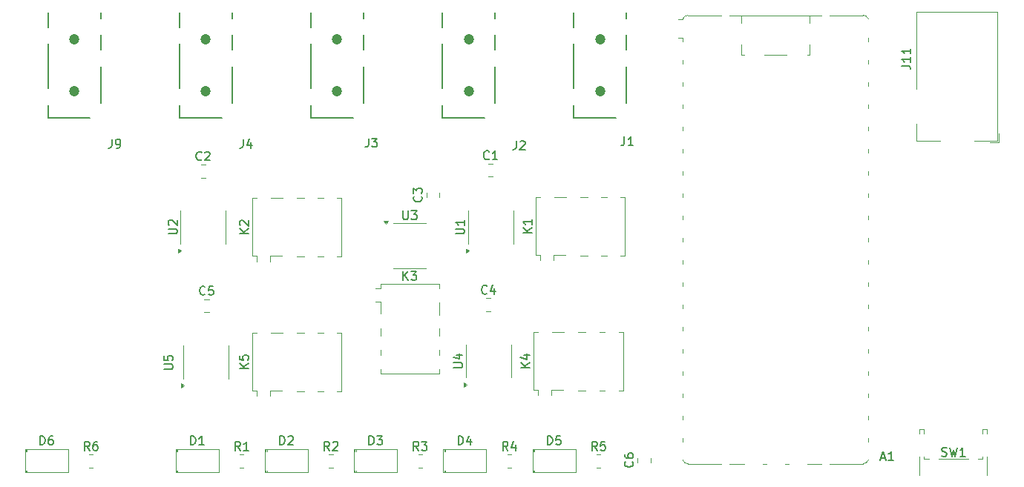
<source format=gbr>
%TF.GenerationSoftware,KiCad,Pcbnew,9.0.2*%
%TF.CreationDate,2025-06-10T03:02:45+08:00*%
%TF.ProjectId,quad_audio_switch,71756164-5f61-4756-9469-6f5f73776974,rev?*%
%TF.SameCoordinates,Original*%
%TF.FileFunction,Legend,Top*%
%TF.FilePolarity,Positive*%
%FSLAX46Y46*%
G04 Gerber Fmt 4.6, Leading zero omitted, Abs format (unit mm)*
G04 Created by KiCad (PCBNEW 9.0.2) date 2025-06-10 03:02:45*
%MOMM*%
%LPD*%
G01*
G04 APERTURE LIST*
%ADD10C,0.150000*%
%ADD11C,0.120000*%
%ADD12C,1.200000*%
G04 APERTURE END LIST*
D10*
X99384450Y-106844819D02*
X99384450Y-105844819D01*
X99384450Y-105844819D02*
X99622545Y-105844819D01*
X99622545Y-105844819D02*
X99765402Y-105892438D01*
X99765402Y-105892438D02*
X99860640Y-105987676D01*
X99860640Y-105987676D02*
X99908259Y-106082914D01*
X99908259Y-106082914D02*
X99955878Y-106273390D01*
X99955878Y-106273390D02*
X99955878Y-106416247D01*
X99955878Y-106416247D02*
X99908259Y-106606723D01*
X99908259Y-106606723D02*
X99860640Y-106701961D01*
X99860640Y-106701961D02*
X99765402Y-106797200D01*
X99765402Y-106797200D02*
X99622545Y-106844819D01*
X99622545Y-106844819D02*
X99384450Y-106844819D01*
X100813021Y-105844819D02*
X100622545Y-105844819D01*
X100622545Y-105844819D02*
X100527307Y-105892438D01*
X100527307Y-105892438D02*
X100479688Y-105940057D01*
X100479688Y-105940057D02*
X100384450Y-106082914D01*
X100384450Y-106082914D02*
X100336831Y-106273390D01*
X100336831Y-106273390D02*
X100336831Y-106654342D01*
X100336831Y-106654342D02*
X100384450Y-106749580D01*
X100384450Y-106749580D02*
X100432069Y-106797200D01*
X100432069Y-106797200D02*
X100527307Y-106844819D01*
X100527307Y-106844819D02*
X100717783Y-106844819D01*
X100717783Y-106844819D02*
X100813021Y-106797200D01*
X100813021Y-106797200D02*
X100860640Y-106749580D01*
X100860640Y-106749580D02*
X100908259Y-106654342D01*
X100908259Y-106654342D02*
X100908259Y-106416247D01*
X100908259Y-106416247D02*
X100860640Y-106321009D01*
X100860640Y-106321009D02*
X100813021Y-106273390D01*
X100813021Y-106273390D02*
X100717783Y-106225771D01*
X100717783Y-106225771D02*
X100527307Y-106225771D01*
X100527307Y-106225771D02*
X100432069Y-106273390D01*
X100432069Y-106273390D02*
X100384450Y-106321009D01*
X100384450Y-106321009D02*
X100336831Y-106416247D01*
X105045833Y-107504819D02*
X104712500Y-107028628D01*
X104474405Y-107504819D02*
X104474405Y-106504819D01*
X104474405Y-106504819D02*
X104855357Y-106504819D01*
X104855357Y-106504819D02*
X104950595Y-106552438D01*
X104950595Y-106552438D02*
X104998214Y-106600057D01*
X104998214Y-106600057D02*
X105045833Y-106695295D01*
X105045833Y-106695295D02*
X105045833Y-106838152D01*
X105045833Y-106838152D02*
X104998214Y-106933390D01*
X104998214Y-106933390D02*
X104950595Y-106981009D01*
X104950595Y-106981009D02*
X104855357Y-107028628D01*
X104855357Y-107028628D02*
X104474405Y-107028628D01*
X105902976Y-106504819D02*
X105712500Y-106504819D01*
X105712500Y-106504819D02*
X105617262Y-106552438D01*
X105617262Y-106552438D02*
X105569643Y-106600057D01*
X105569643Y-106600057D02*
X105474405Y-106742914D01*
X105474405Y-106742914D02*
X105426786Y-106933390D01*
X105426786Y-106933390D02*
X105426786Y-107314342D01*
X105426786Y-107314342D02*
X105474405Y-107409580D01*
X105474405Y-107409580D02*
X105522024Y-107457200D01*
X105522024Y-107457200D02*
X105617262Y-107504819D01*
X105617262Y-107504819D02*
X105807738Y-107504819D01*
X105807738Y-107504819D02*
X105902976Y-107457200D01*
X105902976Y-107457200D02*
X105950595Y-107409580D01*
X105950595Y-107409580D02*
X105998214Y-107314342D01*
X105998214Y-107314342D02*
X105998214Y-107076247D01*
X105998214Y-107076247D02*
X105950595Y-106981009D01*
X105950595Y-106981009D02*
X105902976Y-106933390D01*
X105902976Y-106933390D02*
X105807738Y-106885771D01*
X105807738Y-106885771D02*
X105617262Y-106885771D01*
X105617262Y-106885771D02*
X105522024Y-106933390D01*
X105522024Y-106933390D02*
X105474405Y-106981009D01*
X105474405Y-106981009D02*
X105426786Y-107076247D01*
X116572269Y-106844819D02*
X116572269Y-105844819D01*
X116572269Y-105844819D02*
X116810364Y-105844819D01*
X116810364Y-105844819D02*
X116953221Y-105892438D01*
X116953221Y-105892438D02*
X117048459Y-105987676D01*
X117048459Y-105987676D02*
X117096078Y-106082914D01*
X117096078Y-106082914D02*
X117143697Y-106273390D01*
X117143697Y-106273390D02*
X117143697Y-106416247D01*
X117143697Y-106416247D02*
X117096078Y-106606723D01*
X117096078Y-106606723D02*
X117048459Y-106701961D01*
X117048459Y-106701961D02*
X116953221Y-106797200D01*
X116953221Y-106797200D02*
X116810364Y-106844819D01*
X116810364Y-106844819D02*
X116572269Y-106844819D01*
X118096078Y-106844819D02*
X117524650Y-106844819D01*
X117810364Y-106844819D02*
X117810364Y-105844819D01*
X117810364Y-105844819D02*
X117715126Y-105987676D01*
X117715126Y-105987676D02*
X117619888Y-106082914D01*
X117619888Y-106082914D02*
X117524650Y-106130533D01*
X122233652Y-107504819D02*
X121900319Y-107028628D01*
X121662224Y-107504819D02*
X121662224Y-106504819D01*
X121662224Y-106504819D02*
X122043176Y-106504819D01*
X122043176Y-106504819D02*
X122138414Y-106552438D01*
X122138414Y-106552438D02*
X122186033Y-106600057D01*
X122186033Y-106600057D02*
X122233652Y-106695295D01*
X122233652Y-106695295D02*
X122233652Y-106838152D01*
X122233652Y-106838152D02*
X122186033Y-106933390D01*
X122186033Y-106933390D02*
X122138414Y-106981009D01*
X122138414Y-106981009D02*
X122043176Y-107028628D01*
X122043176Y-107028628D02*
X121662224Y-107028628D01*
X123186033Y-107504819D02*
X122614605Y-107504819D01*
X122900319Y-107504819D02*
X122900319Y-106504819D01*
X122900319Y-106504819D02*
X122805081Y-106647676D01*
X122805081Y-106647676D02*
X122709843Y-106742914D01*
X122709843Y-106742914D02*
X122614605Y-106790533D01*
X126752178Y-106844819D02*
X126752178Y-105844819D01*
X126752178Y-105844819D02*
X126990273Y-105844819D01*
X126990273Y-105844819D02*
X127133130Y-105892438D01*
X127133130Y-105892438D02*
X127228368Y-105987676D01*
X127228368Y-105987676D02*
X127275987Y-106082914D01*
X127275987Y-106082914D02*
X127323606Y-106273390D01*
X127323606Y-106273390D02*
X127323606Y-106416247D01*
X127323606Y-106416247D02*
X127275987Y-106606723D01*
X127275987Y-106606723D02*
X127228368Y-106701961D01*
X127228368Y-106701961D02*
X127133130Y-106797200D01*
X127133130Y-106797200D02*
X126990273Y-106844819D01*
X126990273Y-106844819D02*
X126752178Y-106844819D01*
X127704559Y-105940057D02*
X127752178Y-105892438D01*
X127752178Y-105892438D02*
X127847416Y-105844819D01*
X127847416Y-105844819D02*
X128085511Y-105844819D01*
X128085511Y-105844819D02*
X128180749Y-105892438D01*
X128180749Y-105892438D02*
X128228368Y-105940057D01*
X128228368Y-105940057D02*
X128275987Y-106035295D01*
X128275987Y-106035295D02*
X128275987Y-106130533D01*
X128275987Y-106130533D02*
X128228368Y-106273390D01*
X128228368Y-106273390D02*
X127656940Y-106844819D01*
X127656940Y-106844819D02*
X128275987Y-106844819D01*
X132413561Y-107504819D02*
X132080228Y-107028628D01*
X131842133Y-107504819D02*
X131842133Y-106504819D01*
X131842133Y-106504819D02*
X132223085Y-106504819D01*
X132223085Y-106504819D02*
X132318323Y-106552438D01*
X132318323Y-106552438D02*
X132365942Y-106600057D01*
X132365942Y-106600057D02*
X132413561Y-106695295D01*
X132413561Y-106695295D02*
X132413561Y-106838152D01*
X132413561Y-106838152D02*
X132365942Y-106933390D01*
X132365942Y-106933390D02*
X132318323Y-106981009D01*
X132318323Y-106981009D02*
X132223085Y-107028628D01*
X132223085Y-107028628D02*
X131842133Y-107028628D01*
X132794514Y-106600057D02*
X132842133Y-106552438D01*
X132842133Y-106552438D02*
X132937371Y-106504819D01*
X132937371Y-106504819D02*
X133175466Y-106504819D01*
X133175466Y-106504819D02*
X133270704Y-106552438D01*
X133270704Y-106552438D02*
X133318323Y-106600057D01*
X133318323Y-106600057D02*
X133365942Y-106695295D01*
X133365942Y-106695295D02*
X133365942Y-106790533D01*
X133365942Y-106790533D02*
X133318323Y-106933390D01*
X133318323Y-106933390D02*
X132746895Y-107504819D01*
X132746895Y-107504819D02*
X133365942Y-107504819D01*
X136932087Y-106844819D02*
X136932087Y-105844819D01*
X136932087Y-105844819D02*
X137170182Y-105844819D01*
X137170182Y-105844819D02*
X137313039Y-105892438D01*
X137313039Y-105892438D02*
X137408277Y-105987676D01*
X137408277Y-105987676D02*
X137455896Y-106082914D01*
X137455896Y-106082914D02*
X137503515Y-106273390D01*
X137503515Y-106273390D02*
X137503515Y-106416247D01*
X137503515Y-106416247D02*
X137455896Y-106606723D01*
X137455896Y-106606723D02*
X137408277Y-106701961D01*
X137408277Y-106701961D02*
X137313039Y-106797200D01*
X137313039Y-106797200D02*
X137170182Y-106844819D01*
X137170182Y-106844819D02*
X136932087Y-106844819D01*
X137836849Y-105844819D02*
X138455896Y-105844819D01*
X138455896Y-105844819D02*
X138122563Y-106225771D01*
X138122563Y-106225771D02*
X138265420Y-106225771D01*
X138265420Y-106225771D02*
X138360658Y-106273390D01*
X138360658Y-106273390D02*
X138408277Y-106321009D01*
X138408277Y-106321009D02*
X138455896Y-106416247D01*
X138455896Y-106416247D02*
X138455896Y-106654342D01*
X138455896Y-106654342D02*
X138408277Y-106749580D01*
X138408277Y-106749580D02*
X138360658Y-106797200D01*
X138360658Y-106797200D02*
X138265420Y-106844819D01*
X138265420Y-106844819D02*
X137979706Y-106844819D01*
X137979706Y-106844819D02*
X137884468Y-106797200D01*
X137884468Y-106797200D02*
X137836849Y-106749580D01*
X142593470Y-107504819D02*
X142260137Y-107028628D01*
X142022042Y-107504819D02*
X142022042Y-106504819D01*
X142022042Y-106504819D02*
X142402994Y-106504819D01*
X142402994Y-106504819D02*
X142498232Y-106552438D01*
X142498232Y-106552438D02*
X142545851Y-106600057D01*
X142545851Y-106600057D02*
X142593470Y-106695295D01*
X142593470Y-106695295D02*
X142593470Y-106838152D01*
X142593470Y-106838152D02*
X142545851Y-106933390D01*
X142545851Y-106933390D02*
X142498232Y-106981009D01*
X142498232Y-106981009D02*
X142402994Y-107028628D01*
X142402994Y-107028628D02*
X142022042Y-107028628D01*
X142926804Y-106504819D02*
X143545851Y-106504819D01*
X143545851Y-106504819D02*
X143212518Y-106885771D01*
X143212518Y-106885771D02*
X143355375Y-106885771D01*
X143355375Y-106885771D02*
X143450613Y-106933390D01*
X143450613Y-106933390D02*
X143498232Y-106981009D01*
X143498232Y-106981009D02*
X143545851Y-107076247D01*
X143545851Y-107076247D02*
X143545851Y-107314342D01*
X143545851Y-107314342D02*
X143498232Y-107409580D01*
X143498232Y-107409580D02*
X143450613Y-107457200D01*
X143450613Y-107457200D02*
X143355375Y-107504819D01*
X143355375Y-107504819D02*
X143069661Y-107504819D01*
X143069661Y-107504819D02*
X142974423Y-107457200D01*
X142974423Y-107457200D02*
X142926804Y-107409580D01*
X147111996Y-106844819D02*
X147111996Y-105844819D01*
X147111996Y-105844819D02*
X147350091Y-105844819D01*
X147350091Y-105844819D02*
X147492948Y-105892438D01*
X147492948Y-105892438D02*
X147588186Y-105987676D01*
X147588186Y-105987676D02*
X147635805Y-106082914D01*
X147635805Y-106082914D02*
X147683424Y-106273390D01*
X147683424Y-106273390D02*
X147683424Y-106416247D01*
X147683424Y-106416247D02*
X147635805Y-106606723D01*
X147635805Y-106606723D02*
X147588186Y-106701961D01*
X147588186Y-106701961D02*
X147492948Y-106797200D01*
X147492948Y-106797200D02*
X147350091Y-106844819D01*
X147350091Y-106844819D02*
X147111996Y-106844819D01*
X148540567Y-106178152D02*
X148540567Y-106844819D01*
X148302472Y-105797200D02*
X148064377Y-106511485D01*
X148064377Y-106511485D02*
X148683424Y-106511485D01*
X152773379Y-107504819D02*
X152440046Y-107028628D01*
X152201951Y-107504819D02*
X152201951Y-106504819D01*
X152201951Y-106504819D02*
X152582903Y-106504819D01*
X152582903Y-106504819D02*
X152678141Y-106552438D01*
X152678141Y-106552438D02*
X152725760Y-106600057D01*
X152725760Y-106600057D02*
X152773379Y-106695295D01*
X152773379Y-106695295D02*
X152773379Y-106838152D01*
X152773379Y-106838152D02*
X152725760Y-106933390D01*
X152725760Y-106933390D02*
X152678141Y-106981009D01*
X152678141Y-106981009D02*
X152582903Y-107028628D01*
X152582903Y-107028628D02*
X152201951Y-107028628D01*
X153630522Y-106838152D02*
X153630522Y-107504819D01*
X153392427Y-106457200D02*
X153154332Y-107171485D01*
X153154332Y-107171485D02*
X153773379Y-107171485D01*
X157291905Y-106844819D02*
X157291905Y-105844819D01*
X157291905Y-105844819D02*
X157530000Y-105844819D01*
X157530000Y-105844819D02*
X157672857Y-105892438D01*
X157672857Y-105892438D02*
X157768095Y-105987676D01*
X157768095Y-105987676D02*
X157815714Y-106082914D01*
X157815714Y-106082914D02*
X157863333Y-106273390D01*
X157863333Y-106273390D02*
X157863333Y-106416247D01*
X157863333Y-106416247D02*
X157815714Y-106606723D01*
X157815714Y-106606723D02*
X157768095Y-106701961D01*
X157768095Y-106701961D02*
X157672857Y-106797200D01*
X157672857Y-106797200D02*
X157530000Y-106844819D01*
X157530000Y-106844819D02*
X157291905Y-106844819D01*
X158768095Y-105844819D02*
X158291905Y-105844819D01*
X158291905Y-105844819D02*
X158244286Y-106321009D01*
X158244286Y-106321009D02*
X158291905Y-106273390D01*
X158291905Y-106273390D02*
X158387143Y-106225771D01*
X158387143Y-106225771D02*
X158625238Y-106225771D01*
X158625238Y-106225771D02*
X158720476Y-106273390D01*
X158720476Y-106273390D02*
X158768095Y-106321009D01*
X158768095Y-106321009D02*
X158815714Y-106416247D01*
X158815714Y-106416247D02*
X158815714Y-106654342D01*
X158815714Y-106654342D02*
X158768095Y-106749580D01*
X158768095Y-106749580D02*
X158720476Y-106797200D01*
X158720476Y-106797200D02*
X158625238Y-106844819D01*
X158625238Y-106844819D02*
X158387143Y-106844819D01*
X158387143Y-106844819D02*
X158291905Y-106797200D01*
X158291905Y-106797200D02*
X158244286Y-106749580D01*
X162953288Y-107504819D02*
X162619955Y-107028628D01*
X162381860Y-107504819D02*
X162381860Y-106504819D01*
X162381860Y-106504819D02*
X162762812Y-106504819D01*
X162762812Y-106504819D02*
X162858050Y-106552438D01*
X162858050Y-106552438D02*
X162905669Y-106600057D01*
X162905669Y-106600057D02*
X162953288Y-106695295D01*
X162953288Y-106695295D02*
X162953288Y-106838152D01*
X162953288Y-106838152D02*
X162905669Y-106933390D01*
X162905669Y-106933390D02*
X162858050Y-106981009D01*
X162858050Y-106981009D02*
X162762812Y-107028628D01*
X162762812Y-107028628D02*
X162381860Y-107028628D01*
X163858050Y-106504819D02*
X163381860Y-106504819D01*
X163381860Y-106504819D02*
X163334241Y-106981009D01*
X163334241Y-106981009D02*
X163381860Y-106933390D01*
X163381860Y-106933390D02*
X163477098Y-106885771D01*
X163477098Y-106885771D02*
X163715193Y-106885771D01*
X163715193Y-106885771D02*
X163810431Y-106933390D01*
X163810431Y-106933390D02*
X163858050Y-106981009D01*
X163858050Y-106981009D02*
X163905669Y-107076247D01*
X163905669Y-107076247D02*
X163905669Y-107314342D01*
X163905669Y-107314342D02*
X163858050Y-107409580D01*
X163858050Y-107409580D02*
X163810431Y-107457200D01*
X163810431Y-107457200D02*
X163715193Y-107504819D01*
X163715193Y-107504819D02*
X163477098Y-107504819D01*
X163477098Y-107504819D02*
X163381860Y-107457200D01*
X163381860Y-107457200D02*
X163334241Y-107409580D01*
X146824819Y-82761904D02*
X147634342Y-82761904D01*
X147634342Y-82761904D02*
X147729580Y-82714285D01*
X147729580Y-82714285D02*
X147777200Y-82666666D01*
X147777200Y-82666666D02*
X147824819Y-82571428D01*
X147824819Y-82571428D02*
X147824819Y-82380952D01*
X147824819Y-82380952D02*
X147777200Y-82285714D01*
X147777200Y-82285714D02*
X147729580Y-82238095D01*
X147729580Y-82238095D02*
X147634342Y-82190476D01*
X147634342Y-82190476D02*
X146824819Y-82190476D01*
X147824819Y-81190476D02*
X147824819Y-81761904D01*
X147824819Y-81476190D02*
X146824819Y-81476190D01*
X146824819Y-81476190D02*
X146967676Y-81571428D01*
X146967676Y-81571428D02*
X147062914Y-81666666D01*
X147062914Y-81666666D02*
X147110533Y-81761904D01*
X117833333Y-74279580D02*
X117785714Y-74327200D01*
X117785714Y-74327200D02*
X117642857Y-74374819D01*
X117642857Y-74374819D02*
X117547619Y-74374819D01*
X117547619Y-74374819D02*
X117404762Y-74327200D01*
X117404762Y-74327200D02*
X117309524Y-74231961D01*
X117309524Y-74231961D02*
X117261905Y-74136723D01*
X117261905Y-74136723D02*
X117214286Y-73946247D01*
X117214286Y-73946247D02*
X117214286Y-73803390D01*
X117214286Y-73803390D02*
X117261905Y-73612914D01*
X117261905Y-73612914D02*
X117309524Y-73517676D01*
X117309524Y-73517676D02*
X117404762Y-73422438D01*
X117404762Y-73422438D02*
X117547619Y-73374819D01*
X117547619Y-73374819D02*
X117642857Y-73374819D01*
X117642857Y-73374819D02*
X117785714Y-73422438D01*
X117785714Y-73422438D02*
X117833333Y-73470057D01*
X118214286Y-73470057D02*
X118261905Y-73422438D01*
X118261905Y-73422438D02*
X118357143Y-73374819D01*
X118357143Y-73374819D02*
X118595238Y-73374819D01*
X118595238Y-73374819D02*
X118690476Y-73422438D01*
X118690476Y-73422438D02*
X118738095Y-73470057D01*
X118738095Y-73470057D02*
X118785714Y-73565295D01*
X118785714Y-73565295D02*
X118785714Y-73660533D01*
X118785714Y-73660533D02*
X118738095Y-73803390D01*
X118738095Y-73803390D02*
X118166667Y-74374819D01*
X118166667Y-74374819D02*
X118785714Y-74374819D01*
X166066666Y-71654819D02*
X166066666Y-72369104D01*
X166066666Y-72369104D02*
X166019047Y-72511961D01*
X166019047Y-72511961D02*
X165923809Y-72607200D01*
X165923809Y-72607200D02*
X165780952Y-72654819D01*
X165780952Y-72654819D02*
X165685714Y-72654819D01*
X167066666Y-72654819D02*
X166495238Y-72654819D01*
X166780952Y-72654819D02*
X166780952Y-71654819D01*
X166780952Y-71654819D02*
X166685714Y-71797676D01*
X166685714Y-71797676D02*
X166590476Y-71892914D01*
X166590476Y-71892914D02*
X166495238Y-71940533D01*
X123154819Y-98138094D02*
X122154819Y-98138094D01*
X123154819Y-97566666D02*
X122583390Y-97995237D01*
X122154819Y-97566666D02*
X122726247Y-98138094D01*
X122154819Y-96661904D02*
X122154819Y-97138094D01*
X122154819Y-97138094D02*
X122631009Y-97185713D01*
X122631009Y-97185713D02*
X122583390Y-97138094D01*
X122583390Y-97138094D02*
X122535771Y-97042856D01*
X122535771Y-97042856D02*
X122535771Y-96804761D01*
X122535771Y-96804761D02*
X122583390Y-96709523D01*
X122583390Y-96709523D02*
X122631009Y-96661904D01*
X122631009Y-96661904D02*
X122726247Y-96614285D01*
X122726247Y-96614285D02*
X122964342Y-96614285D01*
X122964342Y-96614285D02*
X123059580Y-96661904D01*
X123059580Y-96661904D02*
X123107200Y-96709523D01*
X123107200Y-96709523D02*
X123154819Y-96804761D01*
X123154819Y-96804761D02*
X123154819Y-97042856D01*
X123154819Y-97042856D02*
X123107200Y-97138094D01*
X123107200Y-97138094D02*
X123059580Y-97185713D01*
X155492319Y-82638094D02*
X154492319Y-82638094D01*
X155492319Y-82066666D02*
X154920890Y-82495237D01*
X154492319Y-82066666D02*
X155063747Y-82638094D01*
X155492319Y-81114285D02*
X155492319Y-81685713D01*
X155492319Y-81399999D02*
X154492319Y-81399999D01*
X154492319Y-81399999D02*
X154635176Y-81495237D01*
X154635176Y-81495237D02*
X154730414Y-81590475D01*
X154730414Y-81590475D02*
X154778033Y-81685713D01*
X140824405Y-88049819D02*
X140824405Y-87049819D01*
X141395833Y-88049819D02*
X140967262Y-87478390D01*
X141395833Y-87049819D02*
X140824405Y-87621247D01*
X141729167Y-87049819D02*
X142348214Y-87049819D01*
X142348214Y-87049819D02*
X142014881Y-87430771D01*
X142014881Y-87430771D02*
X142157738Y-87430771D01*
X142157738Y-87430771D02*
X142252976Y-87478390D01*
X142252976Y-87478390D02*
X142300595Y-87526009D01*
X142300595Y-87526009D02*
X142348214Y-87621247D01*
X142348214Y-87621247D02*
X142348214Y-87859342D01*
X142348214Y-87859342D02*
X142300595Y-87954580D01*
X142300595Y-87954580D02*
X142252976Y-88002200D01*
X142252976Y-88002200D02*
X142157738Y-88049819D01*
X142157738Y-88049819D02*
X141872024Y-88049819D01*
X141872024Y-88049819D02*
X141776786Y-88002200D01*
X141776786Y-88002200D02*
X141729167Y-87954580D01*
X146587319Y-98061904D02*
X147396842Y-98061904D01*
X147396842Y-98061904D02*
X147492080Y-98014285D01*
X147492080Y-98014285D02*
X147539700Y-97966666D01*
X147539700Y-97966666D02*
X147587319Y-97871428D01*
X147587319Y-97871428D02*
X147587319Y-97680952D01*
X147587319Y-97680952D02*
X147539700Y-97585714D01*
X147539700Y-97585714D02*
X147492080Y-97538095D01*
X147492080Y-97538095D02*
X147396842Y-97490476D01*
X147396842Y-97490476D02*
X146587319Y-97490476D01*
X146920652Y-96585714D02*
X147587319Y-96585714D01*
X146539700Y-96823809D02*
X147253985Y-97061904D01*
X147253985Y-97061904D02*
X147253985Y-96442857D01*
X114024819Y-82761904D02*
X114834342Y-82761904D01*
X114834342Y-82761904D02*
X114929580Y-82714285D01*
X114929580Y-82714285D02*
X114977200Y-82666666D01*
X114977200Y-82666666D02*
X115024819Y-82571428D01*
X115024819Y-82571428D02*
X115024819Y-82380952D01*
X115024819Y-82380952D02*
X114977200Y-82285714D01*
X114977200Y-82285714D02*
X114929580Y-82238095D01*
X114929580Y-82238095D02*
X114834342Y-82190476D01*
X114834342Y-82190476D02*
X114024819Y-82190476D01*
X114120057Y-81761904D02*
X114072438Y-81714285D01*
X114072438Y-81714285D02*
X114024819Y-81619047D01*
X114024819Y-81619047D02*
X114024819Y-81380952D01*
X114024819Y-81380952D02*
X114072438Y-81285714D01*
X114072438Y-81285714D02*
X114120057Y-81238095D01*
X114120057Y-81238095D02*
X114215295Y-81190476D01*
X114215295Y-81190476D02*
X114310533Y-81190476D01*
X114310533Y-81190476D02*
X114453390Y-81238095D01*
X114453390Y-81238095D02*
X115024819Y-81809523D01*
X115024819Y-81809523D02*
X115024819Y-81190476D01*
X136866666Y-71854819D02*
X136866666Y-72569104D01*
X136866666Y-72569104D02*
X136819047Y-72711961D01*
X136819047Y-72711961D02*
X136723809Y-72807200D01*
X136723809Y-72807200D02*
X136580952Y-72854819D01*
X136580952Y-72854819D02*
X136485714Y-72854819D01*
X137247619Y-71854819D02*
X137866666Y-71854819D01*
X137866666Y-71854819D02*
X137533333Y-72235771D01*
X137533333Y-72235771D02*
X137676190Y-72235771D01*
X137676190Y-72235771D02*
X137771428Y-72283390D01*
X137771428Y-72283390D02*
X137819047Y-72331009D01*
X137819047Y-72331009D02*
X137866666Y-72426247D01*
X137866666Y-72426247D02*
X137866666Y-72664342D01*
X137866666Y-72664342D02*
X137819047Y-72759580D01*
X137819047Y-72759580D02*
X137771428Y-72807200D01*
X137771428Y-72807200D02*
X137676190Y-72854819D01*
X137676190Y-72854819D02*
X137390476Y-72854819D01*
X137390476Y-72854819D02*
X137295238Y-72807200D01*
X137295238Y-72807200D02*
X137247619Y-72759580D01*
X150390833Y-89542080D02*
X150343214Y-89589700D01*
X150343214Y-89589700D02*
X150200357Y-89637319D01*
X150200357Y-89637319D02*
X150105119Y-89637319D01*
X150105119Y-89637319D02*
X149962262Y-89589700D01*
X149962262Y-89589700D02*
X149867024Y-89494461D01*
X149867024Y-89494461D02*
X149819405Y-89399223D01*
X149819405Y-89399223D02*
X149771786Y-89208747D01*
X149771786Y-89208747D02*
X149771786Y-89065890D01*
X149771786Y-89065890D02*
X149819405Y-88875414D01*
X149819405Y-88875414D02*
X149867024Y-88780176D01*
X149867024Y-88780176D02*
X149962262Y-88684938D01*
X149962262Y-88684938D02*
X150105119Y-88637319D01*
X150105119Y-88637319D02*
X150200357Y-88637319D01*
X150200357Y-88637319D02*
X150343214Y-88684938D01*
X150343214Y-88684938D02*
X150390833Y-88732557D01*
X151247976Y-88970652D02*
X151247976Y-89637319D01*
X151009881Y-88589700D02*
X150771786Y-89303985D01*
X150771786Y-89303985D02*
X151390833Y-89303985D01*
X155254819Y-98038094D02*
X154254819Y-98038094D01*
X155254819Y-97466666D02*
X154683390Y-97895237D01*
X154254819Y-97466666D02*
X154826247Y-98038094D01*
X154588152Y-96609523D02*
X155254819Y-96609523D01*
X154207200Y-96847618D02*
X154921485Y-97085713D01*
X154921485Y-97085713D02*
X154921485Y-96466666D01*
X123154819Y-82738094D02*
X122154819Y-82738094D01*
X123154819Y-82166666D02*
X122583390Y-82595237D01*
X122154819Y-82166666D02*
X122726247Y-82738094D01*
X122250057Y-81785713D02*
X122202438Y-81738094D01*
X122202438Y-81738094D02*
X122154819Y-81642856D01*
X122154819Y-81642856D02*
X122154819Y-81404761D01*
X122154819Y-81404761D02*
X122202438Y-81309523D01*
X122202438Y-81309523D02*
X122250057Y-81261904D01*
X122250057Y-81261904D02*
X122345295Y-81214285D01*
X122345295Y-81214285D02*
X122440533Y-81214285D01*
X122440533Y-81214285D02*
X122583390Y-81261904D01*
X122583390Y-81261904D02*
X123154819Y-81833332D01*
X123154819Y-81833332D02*
X123154819Y-81214285D01*
X113549819Y-98224404D02*
X114359342Y-98224404D01*
X114359342Y-98224404D02*
X114454580Y-98176785D01*
X114454580Y-98176785D02*
X114502200Y-98129166D01*
X114502200Y-98129166D02*
X114549819Y-98033928D01*
X114549819Y-98033928D02*
X114549819Y-97843452D01*
X114549819Y-97843452D02*
X114502200Y-97748214D01*
X114502200Y-97748214D02*
X114454580Y-97700595D01*
X114454580Y-97700595D02*
X114359342Y-97652976D01*
X114359342Y-97652976D02*
X113549819Y-97652976D01*
X113549819Y-96700595D02*
X113549819Y-97176785D01*
X113549819Y-97176785D02*
X114026009Y-97224404D01*
X114026009Y-97224404D02*
X113978390Y-97176785D01*
X113978390Y-97176785D02*
X113930771Y-97081547D01*
X113930771Y-97081547D02*
X113930771Y-96843452D01*
X113930771Y-96843452D02*
X113978390Y-96748214D01*
X113978390Y-96748214D02*
X114026009Y-96700595D01*
X114026009Y-96700595D02*
X114121247Y-96652976D01*
X114121247Y-96652976D02*
X114359342Y-96652976D01*
X114359342Y-96652976D02*
X114454580Y-96700595D01*
X114454580Y-96700595D02*
X114502200Y-96748214D01*
X114502200Y-96748214D02*
X114549819Y-96843452D01*
X114549819Y-96843452D02*
X114549819Y-97081547D01*
X114549819Y-97081547D02*
X114502200Y-97176785D01*
X114502200Y-97176785D02*
X114454580Y-97224404D01*
X153729166Y-72154819D02*
X153729166Y-72869104D01*
X153729166Y-72869104D02*
X153681547Y-73011961D01*
X153681547Y-73011961D02*
X153586309Y-73107200D01*
X153586309Y-73107200D02*
X153443452Y-73154819D01*
X153443452Y-73154819D02*
X153348214Y-73154819D01*
X154157738Y-72250057D02*
X154205357Y-72202438D01*
X154205357Y-72202438D02*
X154300595Y-72154819D01*
X154300595Y-72154819D02*
X154538690Y-72154819D01*
X154538690Y-72154819D02*
X154633928Y-72202438D01*
X154633928Y-72202438D02*
X154681547Y-72250057D01*
X154681547Y-72250057D02*
X154729166Y-72345295D01*
X154729166Y-72345295D02*
X154729166Y-72440533D01*
X154729166Y-72440533D02*
X154681547Y-72583390D01*
X154681547Y-72583390D02*
X154110119Y-73154819D01*
X154110119Y-73154819D02*
X154729166Y-73154819D01*
X118228333Y-89642080D02*
X118180714Y-89689700D01*
X118180714Y-89689700D02*
X118037857Y-89737319D01*
X118037857Y-89737319D02*
X117942619Y-89737319D01*
X117942619Y-89737319D02*
X117799762Y-89689700D01*
X117799762Y-89689700D02*
X117704524Y-89594461D01*
X117704524Y-89594461D02*
X117656905Y-89499223D01*
X117656905Y-89499223D02*
X117609286Y-89308747D01*
X117609286Y-89308747D02*
X117609286Y-89165890D01*
X117609286Y-89165890D02*
X117656905Y-88975414D01*
X117656905Y-88975414D02*
X117704524Y-88880176D01*
X117704524Y-88880176D02*
X117799762Y-88784938D01*
X117799762Y-88784938D02*
X117942619Y-88737319D01*
X117942619Y-88737319D02*
X118037857Y-88737319D01*
X118037857Y-88737319D02*
X118180714Y-88784938D01*
X118180714Y-88784938D02*
X118228333Y-88832557D01*
X119133095Y-88737319D02*
X118656905Y-88737319D01*
X118656905Y-88737319D02*
X118609286Y-89213509D01*
X118609286Y-89213509D02*
X118656905Y-89165890D01*
X118656905Y-89165890D02*
X118752143Y-89118271D01*
X118752143Y-89118271D02*
X118990238Y-89118271D01*
X118990238Y-89118271D02*
X119085476Y-89165890D01*
X119085476Y-89165890D02*
X119133095Y-89213509D01*
X119133095Y-89213509D02*
X119180714Y-89308747D01*
X119180714Y-89308747D02*
X119180714Y-89546842D01*
X119180714Y-89546842D02*
X119133095Y-89642080D01*
X119133095Y-89642080D02*
X119085476Y-89689700D01*
X119085476Y-89689700D02*
X118990238Y-89737319D01*
X118990238Y-89737319D02*
X118752143Y-89737319D01*
X118752143Y-89737319D02*
X118656905Y-89689700D01*
X118656905Y-89689700D02*
X118609286Y-89642080D01*
X150633333Y-74179580D02*
X150585714Y-74227200D01*
X150585714Y-74227200D02*
X150442857Y-74274819D01*
X150442857Y-74274819D02*
X150347619Y-74274819D01*
X150347619Y-74274819D02*
X150204762Y-74227200D01*
X150204762Y-74227200D02*
X150109524Y-74131961D01*
X150109524Y-74131961D02*
X150061905Y-74036723D01*
X150061905Y-74036723D02*
X150014286Y-73846247D01*
X150014286Y-73846247D02*
X150014286Y-73703390D01*
X150014286Y-73703390D02*
X150061905Y-73512914D01*
X150061905Y-73512914D02*
X150109524Y-73417676D01*
X150109524Y-73417676D02*
X150204762Y-73322438D01*
X150204762Y-73322438D02*
X150347619Y-73274819D01*
X150347619Y-73274819D02*
X150442857Y-73274819D01*
X150442857Y-73274819D02*
X150585714Y-73322438D01*
X150585714Y-73322438D02*
X150633333Y-73370057D01*
X151585714Y-74274819D02*
X151014286Y-74274819D01*
X151300000Y-74274819D02*
X151300000Y-73274819D01*
X151300000Y-73274819D02*
X151204762Y-73417676D01*
X151204762Y-73417676D02*
X151109524Y-73512914D01*
X151109524Y-73512914D02*
X151014286Y-73560533D01*
X122566666Y-71954819D02*
X122566666Y-72669104D01*
X122566666Y-72669104D02*
X122519047Y-72811961D01*
X122519047Y-72811961D02*
X122423809Y-72907200D01*
X122423809Y-72907200D02*
X122280952Y-72954819D01*
X122280952Y-72954819D02*
X122185714Y-72954819D01*
X123471428Y-72288152D02*
X123471428Y-72954819D01*
X123233333Y-71907200D02*
X122995238Y-72621485D01*
X122995238Y-72621485D02*
X123614285Y-72621485D01*
X142879581Y-78466666D02*
X142927201Y-78514285D01*
X142927201Y-78514285D02*
X142974820Y-78657142D01*
X142974820Y-78657142D02*
X142974820Y-78752380D01*
X142974820Y-78752380D02*
X142927201Y-78895237D01*
X142927201Y-78895237D02*
X142831962Y-78990475D01*
X142831962Y-78990475D02*
X142736724Y-79038094D01*
X142736724Y-79038094D02*
X142546248Y-79085713D01*
X142546248Y-79085713D02*
X142403391Y-79085713D01*
X142403391Y-79085713D02*
X142212915Y-79038094D01*
X142212915Y-79038094D02*
X142117677Y-78990475D01*
X142117677Y-78990475D02*
X142022439Y-78895237D01*
X142022439Y-78895237D02*
X141974820Y-78752380D01*
X141974820Y-78752380D02*
X141974820Y-78657142D01*
X141974820Y-78657142D02*
X142022439Y-78514285D01*
X142022439Y-78514285D02*
X142070058Y-78466666D01*
X141974820Y-78133332D02*
X141974820Y-77514285D01*
X141974820Y-77514285D02*
X142355772Y-77847618D01*
X142355772Y-77847618D02*
X142355772Y-77704761D01*
X142355772Y-77704761D02*
X142403391Y-77609523D01*
X142403391Y-77609523D02*
X142451010Y-77561904D01*
X142451010Y-77561904D02*
X142546248Y-77514285D01*
X142546248Y-77514285D02*
X142784343Y-77514285D01*
X142784343Y-77514285D02*
X142879581Y-77561904D01*
X142879581Y-77561904D02*
X142927201Y-77609523D01*
X142927201Y-77609523D02*
X142974820Y-77704761D01*
X142974820Y-77704761D02*
X142974820Y-77990475D01*
X142974820Y-77990475D02*
X142927201Y-78085713D01*
X142927201Y-78085713D02*
X142879581Y-78133332D01*
X140800595Y-80119819D02*
X140800595Y-80929342D01*
X140800595Y-80929342D02*
X140848214Y-81024580D01*
X140848214Y-81024580D02*
X140895833Y-81072200D01*
X140895833Y-81072200D02*
X140991071Y-81119819D01*
X140991071Y-81119819D02*
X141181547Y-81119819D01*
X141181547Y-81119819D02*
X141276785Y-81072200D01*
X141276785Y-81072200D02*
X141324404Y-81024580D01*
X141324404Y-81024580D02*
X141372023Y-80929342D01*
X141372023Y-80929342D02*
X141372023Y-80119819D01*
X141752976Y-80119819D02*
X142372023Y-80119819D01*
X142372023Y-80119819D02*
X142038690Y-80500771D01*
X142038690Y-80500771D02*
X142181547Y-80500771D01*
X142181547Y-80500771D02*
X142276785Y-80548390D01*
X142276785Y-80548390D02*
X142324404Y-80596009D01*
X142324404Y-80596009D02*
X142372023Y-80691247D01*
X142372023Y-80691247D02*
X142372023Y-80929342D01*
X142372023Y-80929342D02*
X142324404Y-81024580D01*
X142324404Y-81024580D02*
X142276785Y-81072200D01*
X142276785Y-81072200D02*
X142181547Y-81119819D01*
X142181547Y-81119819D02*
X141895833Y-81119819D01*
X141895833Y-81119819D02*
X141800595Y-81072200D01*
X141800595Y-81072200D02*
X141752976Y-81024580D01*
X107566666Y-71954819D02*
X107566666Y-72669104D01*
X107566666Y-72669104D02*
X107519047Y-72811961D01*
X107519047Y-72811961D02*
X107423809Y-72907200D01*
X107423809Y-72907200D02*
X107280952Y-72954819D01*
X107280952Y-72954819D02*
X107185714Y-72954819D01*
X108090476Y-72954819D02*
X108280952Y-72954819D01*
X108280952Y-72954819D02*
X108376190Y-72907200D01*
X108376190Y-72907200D02*
X108423809Y-72859580D01*
X108423809Y-72859580D02*
X108519047Y-72716723D01*
X108519047Y-72716723D02*
X108566666Y-72526247D01*
X108566666Y-72526247D02*
X108566666Y-72145295D01*
X108566666Y-72145295D02*
X108519047Y-72050057D01*
X108519047Y-72050057D02*
X108471428Y-72002438D01*
X108471428Y-72002438D02*
X108376190Y-71954819D01*
X108376190Y-71954819D02*
X108185714Y-71954819D01*
X108185714Y-71954819D02*
X108090476Y-72002438D01*
X108090476Y-72002438D02*
X108042857Y-72050057D01*
X108042857Y-72050057D02*
X107995238Y-72145295D01*
X107995238Y-72145295D02*
X107995238Y-72383390D01*
X107995238Y-72383390D02*
X108042857Y-72478628D01*
X108042857Y-72478628D02*
X108090476Y-72526247D01*
X108090476Y-72526247D02*
X108185714Y-72573866D01*
X108185714Y-72573866D02*
X108376190Y-72573866D01*
X108376190Y-72573866D02*
X108471428Y-72526247D01*
X108471428Y-72526247D02*
X108519047Y-72478628D01*
X108519047Y-72478628D02*
X108566666Y-72383390D01*
X195346660Y-108334104D02*
X195822850Y-108334104D01*
X195251422Y-108619819D02*
X195584755Y-107619819D01*
X195584755Y-107619819D02*
X195918088Y-108619819D01*
X196775231Y-108619819D02*
X196203803Y-108619819D01*
X196489517Y-108619819D02*
X196489517Y-107619819D01*
X196489517Y-107619819D02*
X196394279Y-107762676D01*
X196394279Y-107762676D02*
X196299041Y-107857914D01*
X196299041Y-107857914D02*
X196203803Y-107905533D01*
X197704819Y-63559523D02*
X198419104Y-63559523D01*
X198419104Y-63559523D02*
X198561961Y-63607142D01*
X198561961Y-63607142D02*
X198657200Y-63702380D01*
X198657200Y-63702380D02*
X198704819Y-63845237D01*
X198704819Y-63845237D02*
X198704819Y-63940475D01*
X198704819Y-62559523D02*
X198704819Y-63130951D01*
X198704819Y-62845237D02*
X197704819Y-62845237D01*
X197704819Y-62845237D02*
X197847676Y-62940475D01*
X197847676Y-62940475D02*
X197942914Y-63035713D01*
X197942914Y-63035713D02*
X197990533Y-63130951D01*
X198704819Y-61607142D02*
X198704819Y-62178570D01*
X198704819Y-61892856D02*
X197704819Y-61892856D01*
X197704819Y-61892856D02*
X197847676Y-61988094D01*
X197847676Y-61988094D02*
X197942914Y-62083332D01*
X197942914Y-62083332D02*
X197990533Y-62178570D01*
X166979581Y-108766666D02*
X167027201Y-108814285D01*
X167027201Y-108814285D02*
X167074820Y-108957142D01*
X167074820Y-108957142D02*
X167074820Y-109052380D01*
X167074820Y-109052380D02*
X167027201Y-109195237D01*
X167027201Y-109195237D02*
X166931962Y-109290475D01*
X166931962Y-109290475D02*
X166836724Y-109338094D01*
X166836724Y-109338094D02*
X166646248Y-109385713D01*
X166646248Y-109385713D02*
X166503391Y-109385713D01*
X166503391Y-109385713D02*
X166312915Y-109338094D01*
X166312915Y-109338094D02*
X166217677Y-109290475D01*
X166217677Y-109290475D02*
X166122439Y-109195237D01*
X166122439Y-109195237D02*
X166074820Y-109052380D01*
X166074820Y-109052380D02*
X166074820Y-108957142D01*
X166074820Y-108957142D02*
X166122439Y-108814285D01*
X166122439Y-108814285D02*
X166170058Y-108766666D01*
X166074820Y-107909523D02*
X166074820Y-108099999D01*
X166074820Y-108099999D02*
X166122439Y-108195237D01*
X166122439Y-108195237D02*
X166170058Y-108242856D01*
X166170058Y-108242856D02*
X166312915Y-108338094D01*
X166312915Y-108338094D02*
X166503391Y-108385713D01*
X166503391Y-108385713D02*
X166884343Y-108385713D01*
X166884343Y-108385713D02*
X166979581Y-108338094D01*
X166979581Y-108338094D02*
X167027201Y-108290475D01*
X167027201Y-108290475D02*
X167074820Y-108195237D01*
X167074820Y-108195237D02*
X167074820Y-108004761D01*
X167074820Y-108004761D02*
X167027201Y-107909523D01*
X167027201Y-107909523D02*
X166979581Y-107861904D01*
X166979581Y-107861904D02*
X166884343Y-107814285D01*
X166884343Y-107814285D02*
X166646248Y-107814285D01*
X166646248Y-107814285D02*
X166551010Y-107861904D01*
X166551010Y-107861904D02*
X166503391Y-107909523D01*
X166503391Y-107909523D02*
X166455772Y-108004761D01*
X166455772Y-108004761D02*
X166455772Y-108195237D01*
X166455772Y-108195237D02*
X166503391Y-108290475D01*
X166503391Y-108290475D02*
X166551010Y-108338094D01*
X166551010Y-108338094D02*
X166646248Y-108385713D01*
X202266667Y-108117199D02*
X202409524Y-108164818D01*
X202409524Y-108164818D02*
X202647619Y-108164818D01*
X202647619Y-108164818D02*
X202742857Y-108117199D01*
X202742857Y-108117199D02*
X202790476Y-108069579D01*
X202790476Y-108069579D02*
X202838095Y-107974341D01*
X202838095Y-107974341D02*
X202838095Y-107879103D01*
X202838095Y-107879103D02*
X202790476Y-107783865D01*
X202790476Y-107783865D02*
X202742857Y-107736246D01*
X202742857Y-107736246D02*
X202647619Y-107688627D01*
X202647619Y-107688627D02*
X202457143Y-107641008D01*
X202457143Y-107641008D02*
X202361905Y-107593389D01*
X202361905Y-107593389D02*
X202314286Y-107545770D01*
X202314286Y-107545770D02*
X202266667Y-107450532D01*
X202266667Y-107450532D02*
X202266667Y-107355294D01*
X202266667Y-107355294D02*
X202314286Y-107260056D01*
X202314286Y-107260056D02*
X202361905Y-107212437D01*
X202361905Y-107212437D02*
X202457143Y-107164818D01*
X202457143Y-107164818D02*
X202695238Y-107164818D01*
X202695238Y-107164818D02*
X202838095Y-107212437D01*
X203171429Y-107164818D02*
X203409524Y-108164818D01*
X203409524Y-108164818D02*
X203600000Y-107450532D01*
X203600000Y-107450532D02*
X203790476Y-108164818D01*
X203790476Y-108164818D02*
X204028572Y-107164818D01*
X204933333Y-108164818D02*
X204361905Y-108164818D01*
X204647619Y-108164818D02*
X204647619Y-107164818D01*
X204647619Y-107164818D02*
X204552381Y-107307675D01*
X204552381Y-107307675D02*
X204457143Y-107402913D01*
X204457143Y-107402913D02*
X204361905Y-107450532D01*
D11*
%TO.C,D6*%
X102582545Y-107390000D02*
X102582545Y-110010000D01*
X97902545Y-109780000D02*
X97902545Y-110010000D01*
X97902545Y-107390000D02*
X97902545Y-107620000D01*
X97782545Y-109780000D02*
X97782545Y-110010000D01*
X97782545Y-107390000D02*
X97782545Y-107620000D01*
X97662545Y-110010000D02*
X102582545Y-110010000D01*
X97662545Y-107390000D02*
X102582545Y-107390000D01*
X97662545Y-107390000D02*
X97662545Y-110010000D01*
%TO.C,R6*%
X104985436Y-109435000D02*
X105439564Y-109435000D01*
X104985436Y-107965000D02*
X105439564Y-107965000D01*
%TO.C,D1*%
X119770364Y-107390000D02*
X119770364Y-110010000D01*
X115090364Y-109780000D02*
X115090364Y-110010000D01*
X115090364Y-107390000D02*
X115090364Y-107620000D01*
X114970364Y-109780000D02*
X114970364Y-110010000D01*
X114970364Y-107390000D02*
X114970364Y-107620000D01*
X114850364Y-110010000D02*
X119770364Y-110010000D01*
X114850364Y-107390000D02*
X119770364Y-107390000D01*
X114850364Y-107390000D02*
X114850364Y-110010000D01*
%TO.C,R1*%
X122173255Y-109435000D02*
X122627383Y-109435000D01*
X122173255Y-107965000D02*
X122627383Y-107965000D01*
%TO.C,D2*%
X129950273Y-107390000D02*
X129950273Y-110010000D01*
X125270273Y-109780000D02*
X125270273Y-110010000D01*
X125270273Y-107390000D02*
X125270273Y-107620000D01*
X125150273Y-109780000D02*
X125150273Y-110010000D01*
X125150273Y-107390000D02*
X125150273Y-107620000D01*
X125030273Y-110010000D02*
X129950273Y-110010000D01*
X125030273Y-107390000D02*
X129950273Y-107390000D01*
X125030273Y-107390000D02*
X125030273Y-110010000D01*
%TO.C,R2*%
X132353164Y-109435000D02*
X132807292Y-109435000D01*
X132353164Y-107965000D02*
X132807292Y-107965000D01*
%TO.C,D3*%
X140130182Y-107390000D02*
X140130182Y-110010000D01*
X135450182Y-109780000D02*
X135450182Y-110010000D01*
X135450182Y-107390000D02*
X135450182Y-107620000D01*
X135330182Y-109780000D02*
X135330182Y-110010000D01*
X135330182Y-107390000D02*
X135330182Y-107620000D01*
X135210182Y-110010000D02*
X140130182Y-110010000D01*
X135210182Y-107390000D02*
X140130182Y-107390000D01*
X135210182Y-107390000D02*
X135210182Y-110010000D01*
%TO.C,R3*%
X142533073Y-109435000D02*
X142987201Y-109435000D01*
X142533073Y-107965000D02*
X142987201Y-107965000D01*
%TO.C,D4*%
X150310091Y-107390000D02*
X150310091Y-110010000D01*
X145630091Y-109780000D02*
X145630091Y-110010000D01*
X145630091Y-107390000D02*
X145630091Y-107620000D01*
X145510091Y-109780000D02*
X145510091Y-110010000D01*
X145510091Y-107390000D02*
X145510091Y-107620000D01*
X145390091Y-110010000D02*
X150310091Y-110010000D01*
X145390091Y-107390000D02*
X150310091Y-107390000D01*
X145390091Y-107390000D02*
X145390091Y-110010000D01*
%TO.C,R4*%
X152712982Y-109435000D02*
X153167110Y-109435000D01*
X152712982Y-107965000D02*
X153167110Y-107965000D01*
%TO.C,D5*%
X155570000Y-107390000D02*
X155570000Y-110010000D01*
X155570000Y-107390000D02*
X160490000Y-107390000D01*
X155570000Y-110010000D02*
X160490000Y-110010000D01*
X155690000Y-107390000D02*
X155690000Y-107620000D01*
X155690000Y-109780000D02*
X155690000Y-110010000D01*
X155810000Y-107390000D02*
X155810000Y-107620000D01*
X155810000Y-109780000D02*
X155810000Y-110010000D01*
X160490000Y-107390000D02*
X160490000Y-110010000D01*
%TO.C,R5*%
X162892891Y-107965000D02*
X163347019Y-107965000D01*
X162892891Y-109435000D02*
X163347019Y-109435000D01*
%TO.C,U1*%
X148209999Y-82000000D02*
X148210000Y-83880000D01*
X148209999Y-82000000D02*
X148210000Y-80120000D01*
X153390001Y-82000000D02*
X153390000Y-83880000D01*
X153390001Y-82000000D02*
X153390000Y-80120000D01*
X148310000Y-84702500D02*
X147980000Y-84942500D01*
X147979999Y-84462500D01*
X148310000Y-84702500D01*
G36*
X148310000Y-84702500D02*
G01*
X147980000Y-84942500D01*
X147979999Y-84462500D01*
X148310000Y-84702500D01*
G37*
%TO.C,C2*%
X117738748Y-74865000D02*
X118261252Y-74865000D01*
X117738748Y-76335000D02*
X118261252Y-76335000D01*
D10*
%TO.C,J1*%
X166300000Y-63650000D02*
X166300000Y-67850000D01*
X166300000Y-60050000D02*
X166300000Y-61750000D01*
X166300000Y-58150000D02*
X166300000Y-57500000D01*
X160300000Y-69550000D02*
X165100000Y-69550000D01*
X160300000Y-68050000D02*
X160300000Y-69550000D01*
X160300000Y-61050000D02*
X160300000Y-66150000D01*
X160300000Y-57500000D02*
X160300000Y-59150000D01*
D11*
%TO.C,K5*%
X133800000Y-94040000D02*
X133800000Y-100740000D01*
X133300000Y-94040000D02*
X133800000Y-94040000D01*
X131100000Y-94040000D02*
X131700000Y-94040000D01*
X128700000Y-94040000D02*
X129500000Y-94040000D01*
X125700000Y-94040000D02*
X127100000Y-94040000D01*
X123600000Y-94040000D02*
X124100000Y-94040000D01*
X127010000Y-100700000D02*
X125610000Y-100699999D01*
X125610000Y-100699999D02*
X125610000Y-101299999D01*
X124109999Y-100700000D02*
X124109999Y-101300000D01*
X123610000Y-100700000D02*
X123600000Y-94040000D01*
X123610000Y-100700000D02*
X124109999Y-100700000D01*
X133800000Y-100740000D02*
X133300000Y-100740000D01*
X131700000Y-100740000D02*
X131100000Y-100740000D01*
X129500000Y-100740000D02*
X128700000Y-100740000D01*
%TO.C,K1*%
X161837500Y-85240000D02*
X161037500Y-85240000D01*
X164037500Y-85240000D02*
X163437500Y-85240000D01*
X166137500Y-85240000D02*
X165637500Y-85240000D01*
X155947500Y-85200000D02*
X156447499Y-85200000D01*
X155947500Y-85200000D02*
X155937500Y-78540000D01*
X156447499Y-85200000D02*
X156447499Y-85800000D01*
X157947500Y-85199999D02*
X157947500Y-85799999D01*
X159347500Y-85200000D02*
X157947500Y-85199999D01*
X155937500Y-78540000D02*
X156437500Y-78540000D01*
X158037500Y-78540000D02*
X159437500Y-78540000D01*
X161037500Y-78540000D02*
X161837500Y-78540000D01*
X163437500Y-78540000D02*
X164037500Y-78540000D01*
X165637500Y-78540000D02*
X166137500Y-78540000D01*
X166137500Y-78540000D02*
X166137500Y-85240000D01*
%TO.C,K3*%
X138222500Y-94395000D02*
X138222500Y-93595000D01*
X138222500Y-96595000D02*
X138222500Y-95995000D01*
X138222500Y-98695000D02*
X138222500Y-98195000D01*
X138262500Y-88505000D02*
X138262500Y-89004999D01*
X138262500Y-88505000D02*
X144922500Y-88495000D01*
X138262500Y-89004999D02*
X137662500Y-89004999D01*
X138262501Y-90505000D02*
X137662501Y-90505000D01*
X138262500Y-91905000D02*
X138262501Y-90505000D01*
X144922500Y-88495000D02*
X144922500Y-88995000D01*
X144922500Y-90595000D02*
X144922500Y-91995000D01*
X144922500Y-93595000D02*
X144922500Y-94395000D01*
X144922500Y-95995000D02*
X144922500Y-96595000D01*
X144922500Y-98195000D02*
X144922500Y-98695000D01*
X144922500Y-98695000D02*
X138222500Y-98695000D01*
%TO.C,U4*%
X148072500Y-100002500D02*
X147742500Y-100242500D01*
X147742499Y-99762500D01*
X148072500Y-100002500D01*
G36*
X148072500Y-100002500D02*
G01*
X147742500Y-100242500D01*
X147742499Y-99762500D01*
X148072500Y-100002500D01*
G37*
X153152501Y-97300000D02*
X153152500Y-95420000D01*
X153152501Y-97300000D02*
X153152500Y-99180000D01*
X147972499Y-97300000D02*
X147972500Y-95420000D01*
X147972499Y-97300000D02*
X147972500Y-99180000D01*
%TO.C,U2*%
X115409999Y-82000000D02*
X115410000Y-83880000D01*
X115409999Y-82000000D02*
X115410000Y-80120000D01*
X120590001Y-82000000D02*
X120590000Y-83880000D01*
X120590001Y-82000000D02*
X120590000Y-80120000D01*
X115510000Y-84702500D02*
X115180000Y-84942500D01*
X115179999Y-84462500D01*
X115510000Y-84702500D01*
G36*
X115510000Y-84702500D02*
G01*
X115180000Y-84942500D01*
X115179999Y-84462500D01*
X115510000Y-84702500D01*
G37*
D10*
%TO.C,J3*%
X136300000Y-63650000D02*
X136300000Y-67850000D01*
X136300000Y-60050000D02*
X136300000Y-61750000D01*
X136300000Y-58150000D02*
X136300000Y-57500000D01*
X130300000Y-69550000D02*
X135100000Y-69550000D01*
X130300000Y-68050000D02*
X130300000Y-69550000D01*
X130300000Y-61050000D02*
X130300000Y-66150000D01*
X130300000Y-57500000D02*
X130300000Y-59150000D01*
D11*
%TO.C,C4*%
X150296248Y-91597500D02*
X150818752Y-91597500D01*
X150296248Y-90127500D02*
X150818752Y-90127500D01*
%TO.C,K4*%
X165900000Y-93940000D02*
X165900000Y-100640000D01*
X165400000Y-93940000D02*
X165900000Y-93940000D01*
X163200000Y-93940000D02*
X163800000Y-93940000D01*
X160800000Y-93940000D02*
X161600000Y-93940000D01*
X157800000Y-93940000D02*
X159200000Y-93940000D01*
X155700000Y-93940000D02*
X156200000Y-93940000D01*
X159110000Y-100600000D02*
X157710000Y-100599999D01*
X157710000Y-100599999D02*
X157710000Y-101199999D01*
X156209999Y-100600000D02*
X156209999Y-101200000D01*
X155710000Y-100600000D02*
X155700000Y-93940000D01*
X155710000Y-100600000D02*
X156209999Y-100600000D01*
X165900000Y-100640000D02*
X165400000Y-100640000D01*
X163800000Y-100640000D02*
X163200000Y-100640000D01*
X161600000Y-100640000D02*
X160800000Y-100640000D01*
%TO.C,K2*%
X129500000Y-85340000D02*
X128700000Y-85340000D01*
X131700000Y-85340000D02*
X131100000Y-85340000D01*
X133800000Y-85340000D02*
X133300000Y-85340000D01*
X123610000Y-85300000D02*
X124109999Y-85300000D01*
X123610000Y-85300000D02*
X123600000Y-78640000D01*
X124109999Y-85300000D02*
X124109999Y-85900000D01*
X125610000Y-85299999D02*
X125610000Y-85899999D01*
X127010000Y-85300000D02*
X125610000Y-85299999D01*
X123600000Y-78640000D02*
X124100000Y-78640000D01*
X125700000Y-78640000D02*
X127100000Y-78640000D01*
X128700000Y-78640000D02*
X129500000Y-78640000D01*
X131100000Y-78640000D02*
X131700000Y-78640000D01*
X133300000Y-78640000D02*
X133800000Y-78640000D01*
X133800000Y-78640000D02*
X133800000Y-85340000D01*
%TO.C,U5*%
X115810000Y-100102500D02*
X115480000Y-100342500D01*
X115479999Y-99862500D01*
X115810000Y-100102500D01*
G36*
X115810000Y-100102500D02*
G01*
X115480000Y-100342500D01*
X115479999Y-99862500D01*
X115810000Y-100102500D01*
G37*
X120890001Y-97400000D02*
X120890000Y-95520000D01*
X120890001Y-97400000D02*
X120890000Y-99280000D01*
X115709999Y-97400000D02*
X115710000Y-95520000D01*
X115709999Y-97400000D02*
X115710000Y-99280000D01*
D10*
%TO.C,J2*%
X151300000Y-63650000D02*
X151300000Y-67850000D01*
X151300000Y-60050000D02*
X151300000Y-61750000D01*
X151300000Y-58150000D02*
X151300000Y-57500000D01*
X145300000Y-69550000D02*
X150100000Y-69550000D01*
X145300000Y-68050000D02*
X145300000Y-69550000D01*
X145300000Y-61050000D02*
X145300000Y-66150000D01*
X145300000Y-57500000D02*
X145300000Y-59150000D01*
D11*
%TO.C,C5*%
X118133748Y-91697500D02*
X118656252Y-91697500D01*
X118133748Y-90227500D02*
X118656252Y-90227500D01*
%TO.C,C1*%
X150538748Y-74765000D02*
X151061252Y-74765000D01*
X150538748Y-76235000D02*
X151061252Y-76235000D01*
D10*
%TO.C,J4*%
X115300000Y-57500000D02*
X115300000Y-59150000D01*
X115300000Y-61050000D02*
X115300000Y-66150000D01*
X115300000Y-68050000D02*
X115300000Y-69550000D01*
X115300000Y-69550000D02*
X120100000Y-69550000D01*
X121300000Y-58150000D02*
X121300000Y-57500000D01*
X121300000Y-60050000D02*
X121300000Y-61750000D01*
X121300000Y-63650000D02*
X121300000Y-67850000D01*
D11*
%TO.C,C3*%
X143465000Y-78561253D02*
X143465000Y-78038747D01*
X144935000Y-78561253D02*
X144935000Y-78038747D01*
%TO.C,U3*%
X141562500Y-81504999D02*
X139682500Y-81505000D01*
X141562500Y-81504999D02*
X143442500Y-81505000D01*
X141562500Y-86685001D02*
X139682500Y-86685000D01*
X141562500Y-86685001D02*
X143442500Y-86685000D01*
X138860000Y-81605000D02*
X138620000Y-81275000D01*
X139100000Y-81274999D01*
X138860000Y-81605000D01*
G36*
X138860000Y-81605000D02*
G01*
X138620000Y-81275000D01*
X139100000Y-81274999D01*
X138860000Y-81605000D01*
G37*
D10*
%TO.C,J9*%
X106300000Y-63650000D02*
X106300000Y-67850000D01*
X106300000Y-60050000D02*
X106300000Y-61750000D01*
X106300000Y-58150000D02*
X106300000Y-57500000D01*
X100300000Y-69550000D02*
X105100000Y-69550000D01*
X100300000Y-68050000D02*
X100300000Y-69550000D01*
X100300000Y-61050000D02*
X100300000Y-66150000D01*
X100300000Y-57500000D02*
X100300000Y-59150000D01*
D11*
%TO.C,A1*%
X193889676Y-108589937D02*
G75*
G02*
X193310000Y-109009948I-579476J189737D01*
G01*
X193310000Y-57790000D02*
G75*
G02*
X193889676Y-58210063I0J-610000D01*
G01*
X173310000Y-109010000D02*
G75*
G02*
X172730324Y-108589937I1J610002D01*
G01*
X172730324Y-58210000D02*
G75*
G02*
X173310000Y-57790000I579692J-190051D01*
G01*
X193920000Y-106050000D02*
X193920000Y-106470000D01*
X193920000Y-103510000D02*
X193920000Y-103930000D01*
X193920000Y-100970000D02*
X193920000Y-101390000D01*
X193920000Y-98430000D02*
X193920000Y-98850000D01*
X193920000Y-95890000D02*
X193920000Y-96310000D01*
X193920000Y-93350000D02*
X193920000Y-93770000D01*
X193920000Y-90810000D02*
X193920000Y-91230000D01*
X193920000Y-88270000D02*
X193920000Y-88690000D01*
X193920000Y-85730000D02*
X193920000Y-86150000D01*
X193920000Y-83190000D02*
X193920000Y-83610000D01*
X193920000Y-80650000D02*
X193920000Y-81070000D01*
X193920000Y-78110000D02*
X193920000Y-78530000D01*
X193920000Y-75570000D02*
X193920000Y-75990000D01*
X193920000Y-73030000D02*
X193920000Y-73450000D01*
X193920000Y-70490000D02*
X193920000Y-70910000D01*
X193920000Y-67950000D02*
X193920000Y-68370000D01*
X193920000Y-65410000D02*
X193920000Y-65830000D01*
X193920000Y-62870000D02*
X193920000Y-63290000D01*
X193920000Y-60330000D02*
X193920000Y-60750000D01*
X193310000Y-57790000D02*
X190820000Y-57790000D01*
X189472061Y-109010000D02*
X193310000Y-109010000D01*
X189472061Y-57790000D02*
X190820000Y-57790000D01*
X188547939Y-109010000D02*
X186910000Y-109010000D01*
X187545000Y-57790000D02*
X188547939Y-57790000D01*
X187210000Y-61094000D02*
X187210000Y-62310000D01*
X187210000Y-57790000D02*
X187210000Y-58706000D01*
X186913910Y-62310000D02*
X187210000Y-62310000D01*
X184370000Y-109010000D02*
X184790000Y-109010000D01*
X182063910Y-62310000D02*
X184556090Y-62310000D01*
X181830000Y-109010000D02*
X182250000Y-109010000D01*
X179710000Y-109010000D02*
X178072061Y-109010000D01*
X179410000Y-62310000D02*
X179706090Y-62310000D01*
X179410000Y-61094000D02*
X179410000Y-62310000D01*
X179410000Y-57790000D02*
X179410000Y-58706000D01*
X179075000Y-57790000D02*
X187545000Y-57790000D01*
X178072061Y-57790000D02*
X179075000Y-57790000D01*
X175800000Y-57790000D02*
X177147940Y-57790000D01*
X173310000Y-109010000D02*
X177147939Y-109010000D01*
X173310000Y-57790000D02*
X175800000Y-57790000D01*
X172730324Y-58210000D02*
X172220000Y-58210000D01*
X172700000Y-106050000D02*
X172700000Y-106470000D01*
X172700000Y-103510000D02*
X172700000Y-103930000D01*
X172700000Y-100970000D02*
X172700000Y-101390000D01*
X172700000Y-98430000D02*
X172700000Y-98850000D01*
X172700000Y-95890000D02*
X172700000Y-96310000D01*
X172700000Y-93350000D02*
X172700000Y-93770000D01*
X172700000Y-90810000D02*
X172700000Y-91230000D01*
X172700000Y-88270000D02*
X172700000Y-88690000D01*
X172700000Y-85730000D02*
X172700000Y-86150000D01*
X172700000Y-83190000D02*
X172700000Y-83610000D01*
X172700000Y-80650000D02*
X172700000Y-81070000D01*
X172700000Y-78110000D02*
X172700000Y-78530000D01*
X172700000Y-75570000D02*
X172700000Y-75990000D01*
X172700000Y-73030000D02*
X172700000Y-73450000D01*
X172700000Y-70490000D02*
X172700000Y-70910000D01*
X172700000Y-67950000D02*
X172700000Y-68370000D01*
X172700000Y-65410000D02*
X172700000Y-65830000D01*
X172700000Y-62870000D02*
X172700000Y-63290000D01*
X172700000Y-60330000D02*
X172700000Y-60750000D01*
X172700000Y-60330000D02*
X172220000Y-60330000D01*
%TO.C,J11*%
X207750000Y-72300000D02*
X208800000Y-72300000D01*
X199400000Y-72100000D02*
X199400000Y-70200000D01*
X202100000Y-72100000D02*
X199400000Y-72100000D01*
X208600000Y-72100000D02*
X206000000Y-72100001D01*
X208800000Y-71250000D02*
X208800000Y-72300000D01*
X199400000Y-66200000D02*
X199400000Y-57400000D01*
X199400000Y-57400000D02*
X208600000Y-57400000D01*
X208600000Y-57400000D02*
X208600000Y-72100000D01*
%TO.C,C6*%
X169035000Y-108861253D02*
X169035000Y-108338747D01*
X167565000Y-108861253D02*
X167565000Y-108338747D01*
%TO.C,SW1*%
X207460000Y-110289999D02*
X207460000Y-108189999D01*
X207460000Y-105589999D02*
X207460000Y-105079999D01*
X207460000Y-105079999D02*
X206940000Y-105079999D01*
X206940000Y-108419999D02*
X206940000Y-108189998D01*
X206940000Y-108419999D02*
X206400000Y-108419999D01*
X206940000Y-105589999D02*
X206940000Y-105079999D01*
X205300000Y-108419999D02*
X201900000Y-108419999D01*
X200800000Y-108419999D02*
X200260001Y-108419999D01*
X200260001Y-108419999D02*
X200260000Y-108189999D01*
X200260000Y-105589999D02*
X200260000Y-105079999D01*
X200260000Y-105079999D02*
X199740000Y-105079999D01*
X199740000Y-110290000D02*
X199740000Y-108189998D01*
X199740000Y-105589999D02*
X199740000Y-105079999D01*
%TD*%
D12*
%TO.C,J1*%
X163300000Y-66500000D03*
X163300000Y-60500000D03*
%TD*%
%TO.C,J3*%
X133300000Y-66500000D03*
X133300000Y-60500000D03*
%TD*%
%TO.C,J2*%
X148300000Y-66500000D03*
X148300000Y-60500000D03*
%TD*%
%TO.C,J4*%
X118300000Y-60500000D03*
X118300000Y-66500000D03*
%TD*%
%TO.C,J9*%
X103300000Y-66500000D03*
X103300000Y-60500000D03*
%TD*%
M02*

</source>
